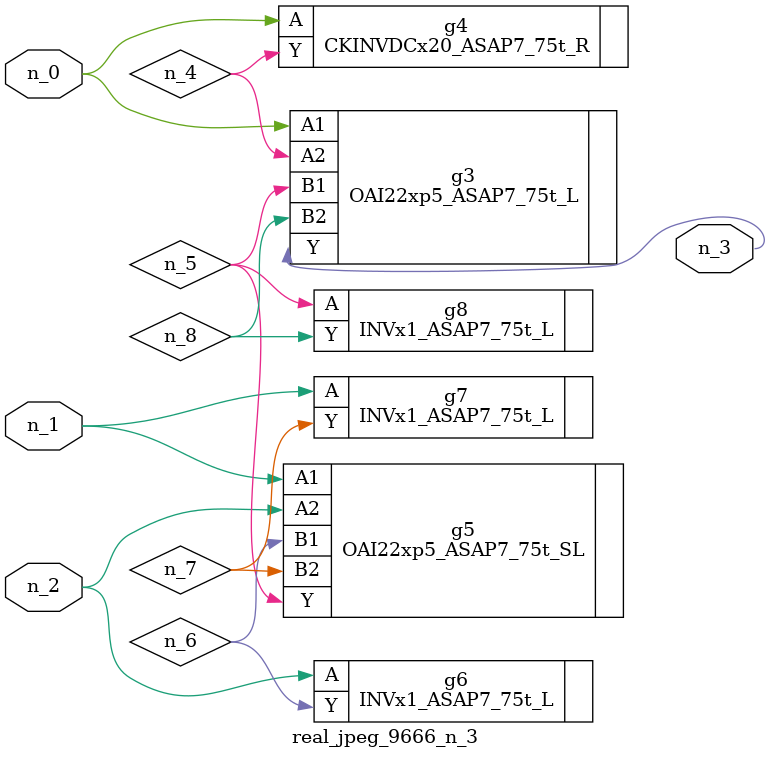
<source format=v>
module real_jpeg_9666_n_3 (n_1, n_0, n_2, n_3);

input n_1;
input n_0;
input n_2;

output n_3;

wire n_5;
wire n_8;
wire n_4;
wire n_6;
wire n_7;

OAI22xp5_ASAP7_75t_L g3 ( 
.A1(n_0),
.A2(n_4),
.B1(n_5),
.B2(n_8),
.Y(n_3)
);

CKINVDCx20_ASAP7_75t_R g4 ( 
.A(n_0),
.Y(n_4)
);

OAI22xp5_ASAP7_75t_SL g5 ( 
.A1(n_1),
.A2(n_2),
.B1(n_6),
.B2(n_7),
.Y(n_5)
);

INVx1_ASAP7_75t_L g7 ( 
.A(n_1),
.Y(n_7)
);

INVx1_ASAP7_75t_L g6 ( 
.A(n_2),
.Y(n_6)
);

INVx1_ASAP7_75t_L g8 ( 
.A(n_5),
.Y(n_8)
);


endmodule
</source>
